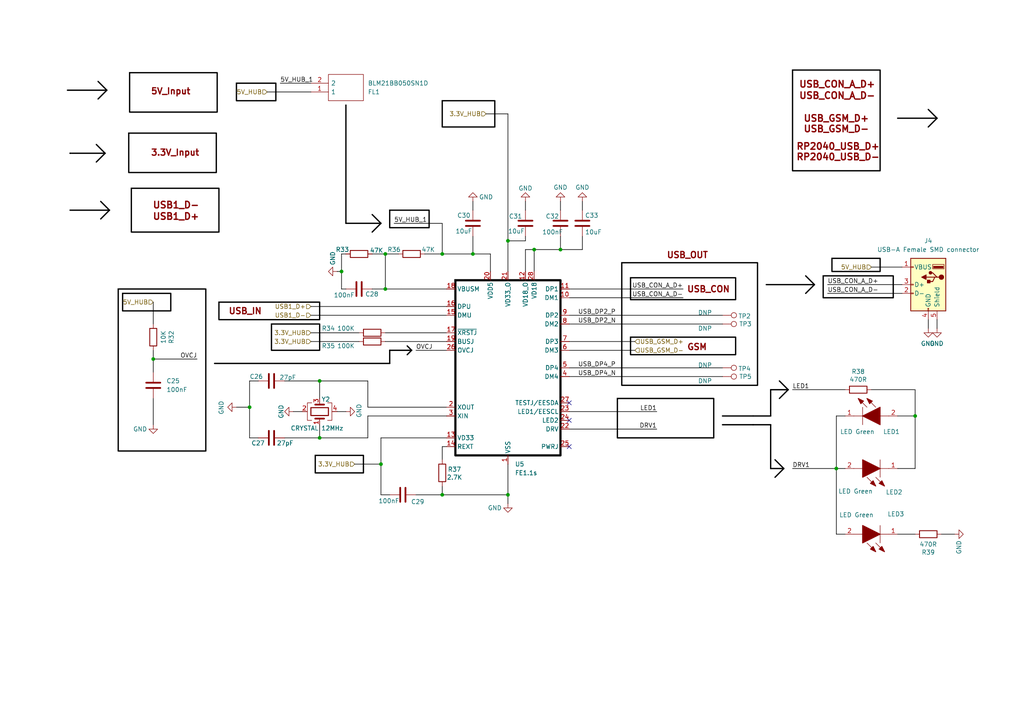
<source format=kicad_sch>
(kicad_sch (version 20231120) (generator "eeschema") (generator_version "8.0")
  (paper "A4")
  (title_block (company "SmartEQ Information Technologies"))
  (lib_symbols
    (symbol "150080VS75000:150080VS75000" (pin_names (offset 0.762))
      (property "Reference" "LED" (at 12.7 8.89 0))
      (property "Value" "150080VS75000" (at 12.7 6.35 0))
      (symbol "150080VS75000_0_0"
        (pin passive line (at 0 0 0) (length 2.54) (name "~") (number "1"))
        (pin passive line (at 15.24 0 180) (length 2.54) (name "~") (number "2"))
      )
      (symbol "150080VS75000_0_1"
        (polyline (pts (xy 2.54 0) (xy 5.08 0)) (stroke (width 0.1524)))
        (polyline (pts (xy 5.08 2.54) (xy 5.08 -2.54)) (stroke (width 0.1524)))
        (polyline (pts (xy 6.35 2.54) (xy 3.81 5.08)) (stroke (width 0.1524)))
        (polyline (pts (xy 8.89 2.54) (xy 6.35 5.08)) (stroke (width 0.1524)))
        (polyline (pts (xy 10.16 0) (xy 12.7 0)) (stroke (width 0.1524)))
        (polyline (pts (xy 5.08 0) (xy 10.16 2.54) (xy 10.16 -2.54) (xy 5.08 0)) (stroke (width 0.254)) (fill (type outline)))
        (polyline (pts (xy 5.334 4.318) (xy 4.572 3.556) (xy 3.81 5.08) (xy 5.334 4.318)) (stroke (width 0.254)) (fill (type outline)))
        (polyline (pts (xy 7.874 4.318) (xy 7.112 3.556) (xy 6.35 5.08) (xy 7.874 4.318)) (stroke (width 0.254)) (fill (type outline)))
      )
    )
    (symbol "BLM21BB050SN1D:BLM21BB050SN1D" (pin_names (offset 0.762))
      (property "Reference" "FL" (at 16.51 7.62 0))
      (property "Value" "BLM21BB050SN1D" (at 16.51 5.08 0))
      (symbol "BLM21BB050SN1D_0_0"
        (pin passive line (at 0 0 0) (length 5.08) (name "1") (number "1"))
        (pin passive line (at 0 -2.54 0) (length 5.08) (name "2") (number "2"))
      )
      (symbol "BLM21BB050SN1D_0_1"
        (polyline (pts (xy 5.08 2.54) (xy 15.24 2.54) (xy 15.24 -5.08) (xy 5.08 -5.08) (xy 5.08 2.54)) (stroke (width 0.1524)))
      )
    )
    (symbol "Connector:TestPoint" (pin_numbers hide) (pin_names (offset 0.762) hide)
      (property "Reference" "TP" (at 0 6.858 0))
      (property "Value" "TestPoint" (at 0 5.08 0))
      (symbol "TestPoint_0_1"
        (circle (center 0 3.302) (radius 0.762))
      )
      (symbol "TestPoint_1_1"
        (pin passive line (at 0 0 90) (length 2.54) (name "1") (number "1"))
      )
    )
    (symbol "Connector:USB_A" (pin_names (offset 1.016))
      (property "Reference" "J" (at -5.08 11.43 0))
      (property "Value" "USB_A" (at -5.08 8.89 0))
      (symbol "USB_A_0_1"
        (rectangle (start -5.08 -7.62) (end 5.08 7.62) (stroke (width 0.254)) (fill (type background)))
        (circle (center -3.81 2.159) (radius 0.635) (stroke (width 0.254)) (fill (type outline)))
        (rectangle (start -1.524 4.826) (end -4.318 5.334) (fill (type outline)))
        (rectangle (start -1.27 4.572) (end -4.572 5.842))
        (circle (center -0.635 3.429) (radius 0.381) (stroke (width 0.254)) (fill (type outline)))
        (rectangle (start -0.127 -7.62) (end 0.127 -6.858))
        (polyline (pts (xy -3.175 2.159) (xy -2.54 2.159) (xy -1.27 3.429) (xy -0.635 3.429)) (stroke (width 0.254)))
        (polyline (pts (xy -2.54 2.159) (xy -1.905 2.159) (xy -1.27 0.889) (xy 0 0.889)) (stroke (width 0.254)))
        (polyline (pts (xy 0.635 2.794) (xy 0.635 1.524) (xy 1.905 2.159) (xy 0.635 2.794)) (stroke (width 0.254)) (fill (type outline)))
        (rectangle (start 0.254 1.27) (end -0.508 0.508) (stroke (width 0.254)) (fill (type outline)))
        (rectangle (start 5.08 -2.667) (end 4.318 -2.413))
        (rectangle (start 5.08 -0.127) (end 4.318 0.127))
        (rectangle (start 5.08 4.953) (end 4.318 5.207))
      )
      (symbol "USB_A_1_1"
        (polyline (pts (xy -1.905 2.159) (xy 0.635 2.159)) (stroke (width 0.254)))
        (pin power_in line (at 7.62 5.08 180) (length 2.54) (name "VBUS") (number "1"))
        (pin bidirectional line (at 7.62 -2.54 180) (length 2.54) (name "D-") (number "2"))
        (pin bidirectional line (at 7.62 0 180) (length 2.54) (name "D+") (number "3"))
        (pin power_in line (at 0 -10.16 90) (length 2.54) (name "GND") (number "4"))
        (pin passive line (at -2.54 -10.16 90) (length 2.54) (name "Shield") (number "5"))
      )
    )
    (symbol "Device:C" (pin_numbers hide) (pin_names (offset 0.254))
      (property "Reference" "C" (at 0.635 2.54 0))
      (property "Value" "C" (at 0.635 -2.54 0))
      (symbol "C_0_1"
        (polyline (pts (xy -2.032 -0.762) (xy 2.032 -0.762)) (stroke (width 0.508)))
        (polyline (pts (xy -2.032 0.762) (xy 2.032 0.762)) (stroke (width 0.508)))
      )
      (symbol "C_1_1"
        (pin passive line (at 0 3.81 270) (length 2.794) (name "~") (number "1"))
        (pin passive line (at 0 -3.81 90) (length 2.794) (name "~") (number "2"))
      )
    )
    (symbol "Device:Crystal_GND24" (pin_names (offset 1.016) hide)
      (property "Reference" "Y" (at 3.175 5.08 0))
      (property "Value" "Crystal_GND24" (at 3.175 3.175 0))
      (symbol "Crystal_GND24_0_1"
        (rectangle (start -1.143 2.54) (end 1.143 -2.54) (stroke (width 0.3048)))
        (polyline (pts (xy -2.54 0) (xy -2.032 0)))
        (polyline (pts (xy -2.032 -1.27) (xy -2.032 1.27)) (stroke (width 0.508)))
        (polyline (pts (xy 0 -3.81) (xy 0 -3.556)))
        (polyline (pts (xy 0 3.556) (xy 0 3.81)))
        (polyline (pts (xy 2.032 -1.27) (xy 2.032 1.27)) (stroke (width 0.508)))
        (polyline (pts (xy 2.032 0) (xy 2.54 0)))
        (polyline (pts (xy -2.54 -2.286) (xy -2.54 -3.556) (xy 2.54 -3.556) (xy 2.54 -2.286)))
        (polyline (pts (xy -2.54 2.286) (xy -2.54 3.556) (xy 2.54 3.556) (xy 2.54 2.286)))
      )
      (symbol "Crystal_GND24_1_1"
        (pin passive line (at -3.81 0 0) (length 1.27) (name "1") (number "1"))
        (pin passive line (at 0 5.08 270) (length 1.27) (name "2") (number "2"))
        (pin passive line (at 3.81 0 180) (length 1.27) (name "3") (number "3"))
        (pin passive line (at 0 -5.08 90) (length 1.27) (name "4") (number "4"))
      )
    )
    (symbol "Device:R" (pin_numbers hide) (pin_names (offset 0))
      (property "Reference" "R" (at 2.032 0 90))
      (property "Value" "R" (at 0 0 90))
      (symbol "R_0_1"
        (rectangle (start -1.016 -2.54) (end 1.016 2.54) (stroke (width 0.254)))
      )
      (symbol "R_1_1"
        (pin passive line (at 0 3.81 270) (length 1.27) (name "~") (number "1"))
        (pin passive line (at 0 -3.81 90) (length 1.27) (name "~") (number "2"))
      )
    )
    (symbol "FE1.1s_1"
      (property "Reference" "U5" (at 2.0194 -27.94 0))
      (property "Value" "FE1.1s" (at 2.0194 -30.48 0))
      (symbol "FE1.1s_1_1_1"
        (rectangle (start -15.24 25.4) (end 15.24 -25.4) (stroke (width 0.635) (color 0 0 0 1)))
        (pin power_in line (at 0 -27.94 90) (length 2.54) (name "VSS") (number "1"))
        (pin bidirectional line (at 17.78 20.32 180) (length 2.54) (name "DM1") (number "10"))
        (pin bidirectional line (at 17.78 22.86 180) (length 2.54) (name "DP1") (number "11"))
        (pin power_out line (at 5.08 27.94 270) (length 2.54) (name "VD18_O") (number "12"))
        (pin power_in line (at -17.78 -20.32 0) (length 2.54) (name "VD33") (number "13"))
        (pin passive line (at -17.78 -22.86 0) (length 2.54) (name "REXT") (number "14"))
        (pin bidirectional line (at -17.78 15.24 0) (length 2.54) (name "DMU") (number "15"))
        (pin bidirectional line (at -17.78 17.78 0) (length 2.54) (name "DPU") (number "16"))
        (pin input line (at -17.78 10.16 0) (length 2.54) (name "~{XRSTJ}") (number "17"))
        (pin input line (at -17.78 22.86 0) (length 2.54) (name "VBUSM") (number "18"))
        (pin input line (at -17.78 7.62 0) (length 2.54) (name "BUSJ") (number "19"))
        (pin output line (at -17.78 -11.43 0) (length 2.54) (name "XOUT") (number "2"))
        (pin power_in line (at -5.08 27.94 270) (length 2.54) (name "VDD5") (number "20"))
        (pin power_out line (at 0 27.94 270) (length 2.54) (name "VD33_O") (number "21"))
        (pin bidirectional line (at 17.78 -17.78 180) (length 2.54) (name "DRV") (number "22"))
        (pin bidirectional line (at 17.78 -12.7 180) (length 2.54) (name "LED1/EESCL") (number "23"))
        (pin bidirectional line (at 17.78 -15.24 180) (length 2.54) (name "LED2") (number "24"))
        (pin output line (at 17.78 -22.86 180) (length 2.54) (name "PWRJ") (number "25"))
        (pin input line (at -17.78 5.08 0) (length 2.54) (name "OVCJ") (number "26"))
        (pin bidirectional line (at 17.78 -10.16 180) (length 2.54) (name "TESTJ/EESDA") (number "27"))
        (pin power_in line (at 7.62 27.94 270) (length 2.54) (name "VD18") (number "28"))
        (pin input line (at -17.78 -13.97 0) (length 2.54) (name "XIN") (number "3"))
        (pin bidirectional line (at 17.78 -2.54 180) (length 2.54) (name "DM4") (number "4"))
        (pin bidirectional line (at 17.78 0 180) (length 2.54) (name "DP4") (number "5"))
        (pin bidirectional line (at 17.78 5.08 180) (length 2.54) (name "DM3") (number "6"))
        (pin bidirectional line (at 17.78 7.62 180) (length 2.54) (name "DP3") (number "7"))
        (pin bidirectional line (at 17.78 12.7 180) (length 2.54) (name "DM2") (number "8"))
        (pin bidirectional line (at 17.78 15.24 180) (length 2.54) (name "DP2") (number "9"))
      )
    )
    (symbol "power:GND" (power) (pin_names (offset 0))
      (property "Value" "GND" (at 0 -3.81 0))
      (symbol "GND_0_1"
        (polyline (pts (xy 0 0) (xy 0 -1.27) (xy 1.27 -1.27) (xy 0 -2.54) (xy -1.27 -1.27) (xy 0 -1.27)))
      )
      (symbol "GND_1_1"
        (pin power_in line (at 0 0 270) (length 0) hide (name "GND") (number "1"))
      )
    )
  )
  (junction (at 92.71 127))
  (junction (at 128.27 73.66))
  (junction (at 111.76 73.66))
  (junction (at 128.27 143.51))
  (junction (at 162.56 72.39))
  (junction (at 72.39 118.11))
  (junction (at 242.57 135.89))
  (junction (at 99.06 78.74))
  (junction (at 111.76 83.82))
  (junction (at 154.94 72.39))
  (junction (at 137.16 73.66))
  (junction (at 44.45 104.14))
  (junction (at 92.71 110.49))
  (junction (at 147.32 69.85))
  (junction (at 110.49 134.62))
  (junction (at 265.43 120.65))
  (junction (at 147.32 143.51))
  (no_connect (at 165.1 121.92))
  (no_connect (at 165.1 129.54))
  (no_connect (at 165.1 116.84))
  (wire (pts (xy 128.27 129.54) (xy 129.54 129.54)) (stroke (width 0.1778) (color 0 0 0 1)))
  (wire (pts (xy 110.49 127) (xy 129.54 127)) (stroke (width 0.1778) (color 0 0 0 1)))
  (polyline (pts (xy 269.24 31.75) (xy 271.78 34.29)) (stroke (width 0.381) (color 0 0 0 1)))
  (wire (pts (xy 265.43 120.65) (xy 265.43 135.89)) (stroke (width 0.1778) (color 0 0 0 1)))
  (wire (pts (xy 137.16 68.58) (xy 137.16 73.66)) (stroke (width 0.1778) (color 0 0 0 1)))
  (wire (pts (xy 152.4 69.85) (xy 152.4 68.58)) (stroke (width 0.1778) (color 0 0 0 1)))
  (wire (pts (xy 111.76 73.66) (xy 115.57 73.66)) (stroke (width 0.1778) (color 0 0 0 1)))
  (wire (pts (xy 110.49 127) (xy 110.49 134.62)) (stroke (width 0.1778) (color 0 0 0 1)))
  (wire (pts (xy 152.4 60.96) (xy 152.4 58.42)) (stroke (width 0.1778) (color 0 0 0 1)))
  (polyline (pts (xy 223.52 135.89) (xy 227.33 135.89)) (stroke (width 0.381) (color 0 0 0 1)))
  (polyline (pts (xy 222.25 82.55) (xy 236.22 82.55)) (stroke (width 0.381) (color 0 0 0 1)))
  (wire (pts (xy 85.09 119.38) (xy 87.63 119.38)) (stroke (width 0.1778) (color 0 0 0 1)))
  (wire (pts (xy 165.1 109.22) (xy 209.55 109.22)) (stroke (width 0.1778) (color 0 0 0 1)))
  (polyline (pts (xy 31.75 60.96) (xy 29.21 63.5)) (stroke (width 0.381) (color 0 0 0 1)))
  (wire (pts (xy 72.39 118.11) (xy 68.58 118.11)) (stroke (width 0.1778) (color 0 0 0 1)))
  (wire (pts (xy 252.73 113.03) (xy 265.43 113.03)) (stroke (width 0.1778) (color 0 0 0 1)))
  (polyline (pts (xy 233.68 85.09) (xy 236.22 82.55)) (stroke (width 0.381) (color 0 0 0 1)))
  (wire (pts (xy 99.06 78.74) (xy 99.06 83.82)) (stroke (width 0.1778) (color 0 0 0 1)))
  (wire (pts (xy 190.5 124.46) (xy 165.1 124.46)) (stroke (width 0.1778) (color 0 0 0 1)))
  (polyline (pts (xy 31.75 60.96) (xy 20.32 60.96)) (stroke (width 0.381) (color 0 0 0 1)))
  (wire (pts (xy 129.54 118.11) (xy 106.68 118.11)) (stroke (width 0.1778) (color 0 0 0 1)))
  (polyline (pts (xy 233.68 80.01) (xy 236.22 82.55)) (stroke (width 0.381) (color 0 0 0 1)))
  (wire (pts (xy 128.27 140.97) (xy 128.27 143.51)) (stroke (width 0.1778) (color 0 0 0 1)))
  (polyline (pts (xy 209.55 123.19) (xy 218.44 123.19)) (stroke (width 0.381) (color 0 0 0 1)))
  (wire (pts (xy 72.39 127) (xy 72.39 118.11)) (stroke (width 0.1778) (color 0 0 0 1)))
  (wire (pts (xy 44.45 87.63) (xy 44.45 93.98)) (stroke (width 0.1778) (color 0 0 0 1)))
  (wire (pts (xy 90.17 88.9) (xy 129.54 88.9)) (stroke (width 0.1778) (color 0 0 0 1)))
  (wire (pts (xy 128.27 129.54) (xy 128.27 133.35)) (stroke (width 0.1778) (color 0 0 0 1)))
  (wire (pts (xy 190.5 119.38) (xy 165.1 119.38)) (stroke (width 0.1778) (color 0 0 0 1)))
  (wire (pts (xy 110.49 134.62) (xy 110.49 143.51)) (stroke (width 0.1778) (color 0 0 0 1)))
  (wire (pts (xy 147.32 143.51) (xy 147.32 146.05)) (stroke (width 0.1778) (color 0 0 0 1)))
  (wire (pts (xy 107.95 73.66) (xy 111.76 73.66)) (stroke (width 0.1778) (color 0 0 0 1)))
  (wire (pts (xy 137.16 58.42) (xy 137.16 60.96)) (stroke (width 0.1778) (color 0 0 0 1)))
  (wire (pts (xy 265.43 120.65) (xy 260.35 120.65)) (stroke (width 0.1778) (color 0 0 0 1)))
  (wire (pts (xy 209.55 91.44) (xy 165.1 91.44)) (stroke (width 0.1778) (color 0 0 0 1)))
  (wire (pts (xy 77.47 26.67) (xy 90.17 26.67)) (stroke (width 0.1778) (color 0 0 0 1)))
  (wire (pts (xy 90.17 99.06) (xy 104.14 99.06)) (stroke (width 0.1778) (color 0 0 0 1)))
  (wire (pts (xy 106.68 118.11) (xy 106.68 110.49)) (stroke (width 0.1778) (color 0 0 0 1)))
  (wire (pts (xy 154.94 72.39) (xy 154.94 78.74)) (stroke (width 0.1778) (color 0 0 0 1)))
  (wire (pts (xy 120.65 143.51) (xy 128.27 143.51)) (stroke (width 0.1778) (color 0 0 0 1)))
  (polyline (pts (xy 271.78 34.29) (xy 269.24 36.83)) (stroke (width 0.381) (color 0 0 0 1)))
  (polyline (pts (xy 226.06 110.49) (xy 228.6 113.03)) (stroke (width 0.381) (color 0 0 0 1)))
  (wire (pts (xy 74.93 127) (xy 72.39 127)) (stroke (width 0.1778) (color 0 0 0 1)))
  (wire (pts (xy 100.33 119.38) (xy 97.79 119.38)) (stroke (width 0.1778) (color 0 0 0 1)))
  (wire (pts (xy 72.39 110.49) (xy 74.93 110.49)) (stroke (width 0.1778) (color 0 0 0 1)))
  (polyline (pts (xy 20.32 44.45) (xy 20.32 44.45)) (stroke (width 0.381) (color 0 0 0 1)))
  (wire (pts (xy 92.71 123.19) (xy 92.71 127)) (stroke (width 0.1778) (color 0 0 0 1)))
  (wire (pts (xy 265.43 135.89) (xy 260.35 135.89)) (stroke (width 0.1778) (color 0 0 0 1)))
  (wire (pts (xy 162.56 58.42) (xy 162.56 60.96)) (stroke (width 0.1778) (color 0 0 0 1)))
  (wire (pts (xy 99.06 78.74) (xy 97.79 78.74)) (stroke (width 0.1778) (color 0 0 0 1)))
  (wire (pts (xy 81.28 24.13) (xy 90.17 24.13)) (stroke (width 0.1778) (color 0 0 0 1)))
  (wire (pts (xy 162.56 72.39) (xy 168.91 72.39)) (stroke (width 0.1778) (color 0 0 0 1)))
  (wire (pts (xy 106.68 120.65) (xy 106.68 127)) (stroke (width 0.1778) (color 0 0 0 1)))
  (wire (pts (xy 147.32 134.62) (xy 147.32 143.51)) (stroke (width 0.1778) (color 0 0 0 1)))
  (wire (pts (xy 242.57 154.94) (xy 242.57 135.89)) (stroke (width 0.1778) (color 0 0 0 1)))
  (polyline (pts (xy 223.52 113.03) (xy 228.6 113.03)) (stroke (width 0.381) (color 0 0 0 1)))
  (polyline (pts (xy 100.33 30.48) (xy 100.33 64.77)) (stroke (width 0.381) (color 0 0 0 1)))
  (wire (pts (xy 147.32 69.85) (xy 152.4 69.85)) (stroke (width 0.1778) (color 0 0 0 1)))
  (wire (pts (xy 140.97 33.02) (xy 147.32 33.02)) (stroke (width 0.1778) (color 0 0 0 1)))
  (polyline (pts (xy 100.33 64.77) (xy 110.49 64.77)) (stroke (width 0.381) (color 0 0 0 1)))
  (polyline (pts (xy 30.48 44.45) (xy 27.94 46.99)) (stroke (width 0.381) (color 0 0 0 1)))
  (wire (pts (xy 92.71 110.49) (xy 92.71 115.57)) (stroke (width 0.1778) (color 0 0 0 1)))
  (wire (pts (xy 152.4 72.39) (xy 152.4 78.74)) (stroke (width 0.1778) (color 0 0 0 1)))
  (wire (pts (xy 114.3 64.77) (xy 128.27 64.77)) (stroke (width 0.1778) (color 0 0 0 1)))
  (wire (pts (xy 107.95 83.82) (xy 111.76 83.82)) (stroke (width 0.1778) (color 0 0 0 1)))
  (wire (pts (xy 269.24 95.25) (xy 269.24 92.71)) (stroke (width 0.1778) (color 0 0 0 1)))
  (wire (pts (xy 242.57 135.89) (xy 229.87 135.89)) (stroke (width 0.1778) (color 0 0 0 1)))
  (polyline (pts (xy 30.48 44.45) (xy 20.32 44.45)) (stroke (width 0.381) (color 0 0 0 1)))
  (polyline (pts (xy 113.03 101.6) (xy 113.03 105.41)) (stroke (width 0.381) (color 0 0 0 1)))
  (wire (pts (xy 209.55 106.68) (xy 165.1 106.68)) (stroke (width 0.1778) (color 0 0 0 1)))
  (wire (pts (xy 168.91 58.42) (xy 168.91 60.96)) (stroke (width 0.1778) (color 0 0 0 1)))
  (wire (pts (xy 184.15 101.6) (xy 165.1 101.6)) (stroke (width 0.1778) (color 0 0 0 1)))
  (wire (pts (xy 82.55 127) (xy 92.71 127)) (stroke (width 0.1778) (color 0 0 0 1)))
  (wire (pts (xy 276.86 154.94) (xy 273.05 154.94)) (stroke (width 0.1778) (color 0 0 0 1)))
  (wire (pts (xy 99.06 73.66) (xy 99.06 78.74)) (stroke (width 0.1778) (color 0 0 0 1)))
  (polyline (pts (xy 224.79 133.35) (xy 227.33 135.89)) (stroke (width 0.381) (color 0 0 0 1)))
  (polyline (pts (xy 107.95 67.31) (xy 110.49 64.77)) (stroke (width 0.381) (color 0 0 0 1)))
  (wire (pts (xy 90.17 96.52) (xy 104.14 96.52)) (stroke (width 0.1778) (color 0 0 0 1)))
  (wire (pts (xy 129.54 120.65) (xy 106.68 120.65)) (stroke (width 0.1778) (color 0 0 0 1)))
  (wire (pts (xy 111.76 99.06) (xy 129.54 99.06)) (stroke (width 0.1778) (color 0 0 0 1)))
  (polyline (pts (xy 118.11 100.33) (xy 119.38 101.6)) (stroke (width 0.381) (color 0 0 0 1)))
  (wire (pts (xy 242.57 120.65) (xy 245.11 120.65)) (stroke (width 0.1778) (color 0 0 0 1)))
  (polyline (pts (xy 118.11 102.87) (xy 119.38 101.6)) (stroke (width 0.381) (color 0 0 0 1)))
  (polyline (pts (xy 30.988 26.162) (xy 19.558 26.162)) (stroke (width 0.381) (color 0 0 0 1)))
  (wire (pts (xy 240.03 85.09) (xy 261.62 85.09)) (stroke (width 0.1778) (color 0 0 0 1)))
  (wire (pts (xy 265.43 154.94) (xy 260.35 154.94)) (stroke (width 0.1778) (color 0 0 0 1)))
  (wire (pts (xy 165.1 83.82) (xy 198.12 83.82)) (stroke (width 0.1778) (color 0 0 0 1)))
  (polyline (pts (xy 223.52 123.19) (xy 223.52 135.89)) (stroke (width 0.381) (color 0 0 0 1)))
  (wire (pts (xy 162.56 68.58) (xy 162.56 72.39)) (stroke (width 0.1778) (color 0 0 0 1)))
  (wire (pts (xy 242.57 135.89) (xy 242.57 120.65)) (stroke (width 0.1778) (color 0 0 0 1)))
  (polyline (pts (xy 209.55 120.65) (xy 218.44 120.65)) (stroke (width 0.381) (color 0 0 0 1)))
  (wire (pts (xy 90.17 91.44) (xy 129.54 91.44)) (stroke (width 0.1778) (color 0 0 0 1)))
  (wire (pts (xy 106.68 110.49) (xy 92.71 110.49)) (stroke (width 0.1778) (color 0 0 0 1)))
  (polyline (pts (xy 27.94 41.91) (xy 30.48 44.45)) (stroke (width 0.381) (color 0 0 0 1)))
  (wire (pts (xy 152.4 72.39) (xy 154.94 72.39)) (stroke (width 0.1778) (color 0 0 0 1)))
  (wire (pts (xy 44.45 123.19) (xy 44.45 115.57)) (stroke (width 0.1778) (color 0 0 0 1)))
  (wire (pts (xy 82.55 110.49) (xy 92.71 110.49)) (stroke (width 0.1778) (color 0 0 0 1)))
  (polyline (pts (xy 223.52 113.03) (xy 223.52 120.65)) (stroke (width 0.381) (color 0 0 0 1)))
  (polyline (pts (xy 107.95 62.23) (xy 110.49 64.77)) (stroke (width 0.381) (color 0 0 0 1)))
  (wire (pts (xy 142.24 78.74) (xy 142.24 73.66)) (stroke (width 0.1778) (color 0 0 0 1)))
  (wire (pts (xy 245.11 135.89) (xy 242.57 135.89)) (stroke (width 0.1778) (color 0 0 0 1)))
  (wire (pts (xy 265.43 113.03) (xy 265.43 120.65)) (stroke (width 0.1778) (color 0 0 0 1)))
  (wire (pts (xy 147.32 69.85) (xy 147.32 78.74)) (stroke (width 0.1778) (color 0 0 0 1)))
  (polyline (pts (xy 218.44 120.65) (xy 223.52 120.65)) (stroke (width 0.381) (color 0 0 0 1)))
  (wire (pts (xy 229.87 113.03) (xy 245.11 113.03)) (stroke (width 0.1778) (color 0 0 0 1)))
  (polyline (pts (xy 224.79 138.43) (xy 227.33 135.89)) (stroke (width 0.381) (color 0 0 0 1)))
  (wire (pts (xy 72.39 110.49) (xy 72.39 118.11)) (stroke (width 0.1778) (color 0 0 0 1)))
  (wire (pts (xy 102.87 134.62) (xy 110.49 134.62)) (stroke (width 0.1778) (color 0 0 0 1)))
  (polyline (pts (xy 218.44 123.19) (xy 223.52 123.19)) (stroke (width 0.381) (color 0 0 0 1)))
  (wire (pts (xy 99.06 73.66) (xy 100.33 73.66)) (stroke (width 0.1778) (color 0 0 0 1)))
  (wire (pts (xy 128.27 64.77) (xy 128.27 73.66)) (stroke (width 0.1778) (color 0 0 0 1)))
  (wire (pts (xy 110.49 143.51) (xy 113.03 143.51)) (stroke (width 0.1778) (color 0 0 0 1)))
  (wire (pts (xy 99.06 83.82) (xy 100.33 83.82)) (stroke (width 0.1778) (color 0 0 0 1)))
  (wire (pts (xy 245.11 154.94) (xy 242.57 154.94)) (stroke (width 0.1778) (color 0 0 0 1)))
  (wire (pts (xy 128.27 73.66) (xy 137.16 73.66)) (stroke (width 0.1778) (color 0 0 0 1)))
  (wire (pts (xy 184.15 99.06) (xy 165.1 99.06)) (stroke (width 0.1778) (color 0 0 0 1)))
  (wire (pts (xy 154.94 72.39) (xy 162.56 72.39)) (stroke (width 0.1778) (color 0 0 0 1)))
  (wire (pts (xy 147.32 33.02) (xy 147.32 69.85)) (stroke (width 0.1778) (color 0 0 0 1)))
  (wire (pts (xy 111.76 96.52) (xy 129.54 96.52)) (stroke (width 0.1778) (color 0 0 0 1)))
  (wire (pts (xy 44.45 104.14) (xy 44.45 107.95)) (stroke (width 0.1778) (color 0 0 0 1)))
  (polyline (pts (xy 226.06 115.57) (xy 228.6 113.03)) (stroke (width 0.381) (color 0 0 0 1)))
  (polyline (pts (xy 30.988 26.162) (xy 28.448 28.702)) (stroke (width 0.381) (color 0 0 0 1)))
  (wire (pts (xy 106.68 127) (xy 92.71 127)) (stroke (width 0.1778) (color 0 0 0 1)))
  (wire (pts (xy 252.73 77.47) (xy 261.62 77.47)) (stroke (width 0.1778) (color 0 0 0 1)))
  (polyline (pts (xy 28.448 23.622) (xy 30.988 26.162)) (stroke (width 0.381) (color 0 0 0 1)))
  (wire (pts (xy 271.78 95.25) (xy 271.78 92.71)) (stroke (width 0.1778) (color 0 0 0 1)))
  (wire (pts (xy 111.76 73.66) (xy 111.76 83.82)) (stroke (width 0.1778) (color 0 0 0 1)))
  (wire (pts (xy 44.45 101.6) (xy 44.45 104.14)) (stroke (width 0.1778) (color 0 0 0 1)))
  (polyline (pts (xy 271.78 34.29) (xy 260.35 34.29)) (stroke (width 0.381) (color 0 0 0 1)))
  (polyline (pts (xy 113.03 101.6) (xy 119.38 101.6)) (stroke (width 0.381) (color 0 0 0 1)))
  (polyline (pts (xy 62.23 105.41) (xy 113.03 105.41)) (stroke (width 0.381) (color 0 0 0 1)))
  (wire (pts (xy 168.91 68.58) (xy 168.91 72.39)) (stroke (width 0.1778) (color 0 0 0 1)))
  (wire (pts (xy 142.24 73.66) (xy 137.16 73.66)) (stroke (width 0.1778) (color 0 0 0 1)))
  (wire (pts (xy 57.15 104.14) (xy 44.45 104.14)) (stroke (width 0.1778) (color 0 0 0 1)))
  (wire (pts (xy 198.12 86.36) (xy 165.1 86.36)) (stroke (width 0.1778) (color 0 0 0 1)))
  (polyline (pts (xy 29.21 58.42) (xy 31.75 60.96)) (stroke (width 0.381) (color 0 0 0 1)))
  (wire (pts (xy 240.03 82.55) (xy 261.62 82.55)) (stroke (width 0.1778) (color 0 0 0 1)))
  (wire (pts (xy 123.19 73.66) (xy 128.27 73.66)) (stroke (width 0.1778) (color 0 0 0 1)))
  (wire (pts (xy 128.27 143.51) (xy 147.32 143.51)) (stroke (width 0.1778) (color 0 0 0 1)))
  (wire (pts (xy 111.76 83.82) (xy 129.54 83.82)) (stroke (width 0.1778) (color 0 0 0 1)))
  (wire (pts (xy 165.1 93.98) (xy 209.55 93.98)) (stroke (width 0.1778) (color 0 0 0 1)))
  (wire (pts (xy 120.65 101.6) (xy 129.54 101.6)) (stroke (width 0.1778) (color 0 0 0 1)))
  (rectangle (start 238.76 80.01) (end 259.08 86.36) (stroke (width 0.381) (color 0 0 0 1)))
  (rectangle (start 113.03 60.96) (end 124.46 66.04) (stroke (width 0.381) (color 0 0 0 1)))
  (rectangle (start 179.07 115.57) (end 207.01 127) (stroke (width 0.381) (color 0 0 0 1)))
  (rectangle (start 182.88 80.5615) (end 213.36 86.9115) (stroke (width 0.381) (color 0 0 0 1)))
  (rectangle (start 241.3 74.93) (end 255.27 78.74) (stroke (width 0.381) (color 0 0 0 1)))
  (rectangle (start 128.27 29.21) (end 143.51 36.83) (stroke (width 0.381) (color 0 0 0 1)))
  (rectangle (start 37.338 38.608) (end 62.738 50.038) (stroke (width 0.381) (color 0 0 0 1)))
  (rectangle (start 68.58 24.13) (end 80.01 29.21) (stroke (width 0.381) (color 0 0 0 1)))
  (rectangle (start 78.74 93.98) (end 92.71 101.6) (stroke (width 0.381) (color 0 0 0 1)))
  (rectangle (start 35.56 85.09) (end 49.53 90.17) (stroke (width 0.381) (color 0 0 0 1)))
  (rectangle (start 37.592 21.082) (end 62.992 32.512) (stroke (width 0.381) (color 0 0 0 1)))
  (rectangle (start 182.88 97.79) (end 213.36 102.87) (stroke (width 0.381) (color 0 0 0 1)))
  (rectangle (start 38.1 54.61) (end 63.5 67.31) (stroke (width 0.381) (color 0 0 0 1)))
  (rectangle (start 34.29 83.82) (end 59.69 130.81) (stroke (width 0.381) (color 0 0 0 1)))
  (rectangle (start 229.87 20.32) (end 255.27 49.53) (stroke (width 0.381) (color 0 0 0 1)))
  (rectangle (start 63.5 87.63) (end 92.71 92.71) (stroke (width 0.381) (color 0 0 0 1)))
  (rectangle (start 91.44 132.08) (end 105.41 137.16) (stroke (width 0.381) (color 0 0 0 1)))
  (rectangle (start 180.34 76.2) (end 219.71 111.76) (stroke (width 0.381) (color 0 0 0 1)))
  (text "USB1_D+" (at 51.054 62.992 0) (effects (font (size 1.905 1.905) (thickness 0.381) (bold yes))))
  (text "USB_GSM_D+" (at 242.57 34.544 0) (effects (font (size 1.905 1.905) (thickness 0.381) (bold yes))))
  (text "GSM" (at 202.184 100.838 0) (effects (font (size 1.778 1.778) (bold yes))))
  (text "USB_CON_A_D+" (at 242.824 24.638 0) (effects (font (size 1.905 1.905) (thickness 0.381) (bold yes))))
  (text "USB_IN" (at 71.12 90.424 0) (effects (font (size 1.778 1.778) (bold yes))))
  (text "5V_Input" (at 49.53 26.67 0) (effects (font (size 1.778 1.778) (bold yes))))
  (text "RP2040_USB_D+" (at 243.078 42.672 0) (effects (font (size 1.905 1.905) (thickness 0.381) (bold yes))))
  (text "USB_CON_A_D-" (at 242.824 27.94 0) (effects (font (size 1.905 1.905) (thickness 0.381) (bold yes))))
  (text "USB_GSM_D-" (at 242.57 37.592 0) (effects (font (size 1.905 1.905) (thickness 0.381) (bold yes))))
  (text "RP2040_USB_D-" (at 243.078 45.72 0) (effects (font (size 1.905 1.905) (thickness 0.381) (bold yes))))
  (text "USB_OUT" (at 199.39 74.168 0) (effects (font (size 1.778 1.778) (bold yes))))
  (text "USB1_D-" (at 51.054 59.69 0) (effects (font (size 1.905 1.905) (thickness 0.381) (bold yes))))
  (text "3.3V_Input\n" (at 50.8 44.45 0) (effects (font (size 1.778 1.778) (bold yes))))
  (text "USB_CON" (at 205.486 84.074 0) (effects (font (size 1.778 1.778) (bold yes))))
  (label "USB_CON_A_D+" (at 240.03 82.55 0))
  (label "USB_DP2_P" (at 167.64 91.44 0))
  (label "OVCJ" (at 120.65 101.6 0))
  (label "USB_DP4_N" (at 167.64 109.22 0))
  (label "DRV1" (at 190.5 124.46 180))
  (label "USB_DP4_P" (at 167.64 106.68 0))
  (label "USB_CON_A_D-" (at 198.12 86.36 180))
  (label "LED1" (at 190.5 119.38 180))
  (label "DRV1" (at 229.87 135.89 0))
  (label "USB_DP2_N" (at 167.64 93.98 0))
  (label "5V_HUB_1" (at 114.3 64.77 0))
  (label "LED1" (at 229.87 113.03 0))
  (label "USB_CON_A_D-" (at 240.03 85.09 0))
  (label "USB_CON_A_D+" (at 198.12 83.82 180))
  (label "OVCJ" (at 57.15 104.14 180))
  (label "5V_HUB_1" (at 81.28 24.13 0))
  (hierarchical_label "USB_GSM_D-" (shape input) (at 184.15 101.6 0))
  (hierarchical_label "3.3V_HUB" (shape input) (at 90.17 96.52 180))
  (hierarchical_label "5V_HUB" (shape input) (at 44.45 87.63 180))
  (hierarchical_label "3.3V_HUB" (shape input) (at 102.87 134.62 180))
  (hierarchical_label "USB_GSM_D+" (shape input) (at 184.15 99.06 0))
  (hierarchical_label "3.3V_HUB" (shape input) (at 90.17 99.06 180))
  (hierarchical_label "5V_HUB" (shape input) (at 77.47 26.67 180))
  (hierarchical_label "3.3V_HUB" (shape input) (at 140.97 33.02 180))
  (hierarchical_label "USB1_D+" (shape input) (at 90.17 88.9 180))
  (hierarchical_label "5V_HUB" (shape input) (at 252.73 77.47 180))
  (hierarchical_label "USB1_D-" (shape input) (at 90.17 91.44 180))
  (symbol (lib_id "Device:C") (at 162.56 64.77 180) (unit 1)
    (property "Reference" "C32" (at 158.242 62.738 0) (effects (justify right)))
    (property "Value" "100nF" (at 157.226 67.31 0) (effects (justify right)))
    (property "Footprint" "Capacitor_SMD:C_0603_1608Metric" (effects (hide yes)))
  )
  (symbol (lib_id "Device:R") (at 248.92 113.03 270) (unit 1)
    (property "Reference" "R38" (at 248.92 107.7722 90))
    (property "Value" "470R" (at 248.92 110.0836 90))
    (property "Footprint" "Resistor_SMD:R_0603_1608Metric" (effects (hide yes)))
  )
  (symbol (lib_id "Device:R") (at 44.45 97.79 180) (unit 1)
    (property "Reference" "R32" (at 49.7078 97.79 90))
    (property "Value" "10K" (at 47.3964 97.79 90))
    (property "Footprint" "Resistor_SMD:R_0603_1608Metric" (effects (hide yes)))
  )
  (symbol (lib_id "Device:C") (at 116.84 143.51 90) (unit 1)
    (property "Reference" "C29" (at 121.158 145.542 90))
    (property "Value" "100nF" (at 112.776 145.288 90))
    (property "Footprint" "Capacitor_SMD:C_0603_1608Metric" (effects (hide yes)))
  )
  (symbol (lib_id "Device:R") (at 128.27 137.16 0) (unit 1)
    (property "Reference" "R37" (at 131.826 136.144 0))
    (property "Value" "2.7K" (at 131.826 138.4554 0))
    (property "Footprint" "Resistor_SMD:R_0603_1608Metric" (effects (hide yes)))
  )
  (symbol (lib_id "Device:Crystal_GND24") (at 92.71 119.38 90) (unit 1)
    (property "Reference" "Y2" (at 94.488 115.824 90))
    (property "Value" "CRYSTAL 12MHz" (at 91.948 124.206 90))
    (property "Footprint" "Crystal:Crystal_SMD_3225-4Pin_3.2x2.5mm" (effects (hide yes)))
    (property "Link" "https://www.lcsc.com/product-detail/Crystals_huaxindianzi-CF4012M00020001_C7294551.html" (effects (hide yes)))
    (property "MPN" "CF4012M00020001" (effects (hide yes)))
  )
  (symbol (lib_id "power:GND") (at 269.24 95.25 0) (mirror y) (unit 1)
    (property "Reference" "#PWR050" (effects (hide yes)))
    (property "Value" "GND" (at 269.113 99.6442 0))
  )
  (symbol (lib_id "Connector:TestPoint") (at 209.55 91.44 270) (unit 1)
    (property "Reference" "TP2" (at 214.122 91.694 90) (effects (justify left)))
    (property "Value" "DNP" (at 202.438 90.678 90) (effects (justify left)))
    (property "Footprint" "TestPoint:TestPoint_Pad_D1.0mm" (effects (hide yes)))
    (property "Description" "test point" (effects (hide yes)))
  )
  (symbol (lib_id "power:GND") (at 137.16 58.42 180) (unit 1)
    (property "Reference" "#PWR045" (effects (hide yes)))
    (property "Value" "GND" (at 140.97 57.15 0))
  )
  (symbol (lib_id "power:GND") (at 97.79 78.74 270) (unit 1)
    (property "Reference" "#PWR043" (effects (hide yes)))
    (property "Value" "GND" (at 96.52 74.93 0))
  )
  (symbol (lib_id "power:GND") (at 162.56 58.42 180) (unit 1)
    (property "Reference" "#PWR048" (effects (hide yes)))
    (property "Value" "GND" (at 162.56 54.356 0))
  )
  (symbol (lib_name "FE1.1s_1") (lib_id "Interface_USB:FE1.1s") (at 147.32 106.68 0) (unit 1)
    (property "Reference" "U5" (at 149.3394 134.62 0) (effects (justify left)))
    (property "Value" "FE1.1s" (at 149.3394 137.16 0) (effects (justify left)))
    (property "Footprint" "Package_SO:SSOP-28_3.9x9.9mm_P0.635mm" (effects (hide yes)))
    (property "Datasheet" "https://cdn-shop.adafruit.com/product-files/2991/FE1.1s+Data+Sheet+(Rev.+1.0).pdf" (effects (hide yes)))
    (property "Link" "https://www.lcsc.com/product-detail/USB-ICs_Terminus-Tech-FE1-1S-BSOP28BCN_C9359.html" (effects (hide yes)))
    (property "MPN" "FE1.1S-BSOP28BCN" (effects (hide yes)))
  )
  (symbol (lib_id "power:GND") (at 100.33 119.38 90) (unit 1)
    (property "Reference" "#PWR044" (effects (hide yes)))
    (property "Value" "GND" (at 104.14 119.126 0))
  )
  (symbol (lib_id "power:GND") (at 147.32 146.05 0) (unit 1)
    (property "Reference" "#PWR046" (effects (hide yes)))
    (property "Value" "GND" (at 143.51 147.32 0))
  )
  (symbol (lib_id "power:GND") (at 271.78 95.25 0) (mirror y) (unit 1)
    (property "Reference" "#PWR051" (effects (hide yes)))
    (property "Value" "GND" (at 271.653 99.6442 0))
  )
  (symbol (lib_id "Device:R") (at 104.14 73.66 270) (unit 1)
    (property "Reference" "R33" (at 99.314 72.39 90))
    (property "Value" "47K" (at 109.22 72.644 90))
    (property "Footprint" "Resistor_SMD:R_0603_1608Metric" (effects (hide yes)))
  )
  (symbol (lib_id "150080VS75000:150080VS75000") (at 260.35 154.94 180) (unit 1)
    (property "Reference" "LED3" (at 259.842 149.098 0))
    (property "Value" "LED Green" (at 248.412 149.352 0))
    (property "Footprint" "LED_SMD:LED_0805_2012Metric" (effects (hide yes)))
    (property "Datasheet" "http://katalog.we-online.com/led/datasheet/150080VS75000.pdf" (effects (hide yes)))
    (property "Description" "Wurth Elektronik WL-SMCW 570 nm Green LED, 2012 (0805) Clear SMD package" (effects (hide yes)))
    (property "Height" "0.8" (effects (hide yes)))
    (property "Manufacturer_Name" "Wurth Elektronik" (effects (hide yes)))
    (property "Manufacturer_Part_Number" "150080VS75000" (effects (hide yes)))
    (property "Mouser Part Number" "710-150080VS75000" (effects (hide yes)))
    (property "Mouser Price/Stock" "https://www.mouser.co.uk/ProductDetail/Wurth-Elektronik/150080VS75000?qs=LlUlMxKIyB0tGHJmO6%252B0ug%3D%3D" (effects (hide yes)))
    (property "Link" "https://www.digikey.com/en/products/detail/würth-elektronik/150080VS75000/4489924" (effects (hide yes)))
    (property "MPN" "LED Green" (effects (hide yes)))
  )
  (symbol (lib_id "power:GND") (at 152.4 58.42 180) (unit 1)
    (property "Reference" "#PWR047" (effects (hide yes)))
    (property "Value" "GND" (at 152.4 54.61 0))
  )
  (symbol (lib_id "power:GND") (at 85.09 119.38 270) (unit 1)
    (property "Reference" "#PWR042" (effects (hide yes)))
    (property "Value" "GND" (at 81.534 119.38 0))
  )
  (symbol (lib_id "power:GND") (at 44.45 123.19 0) (unit 1)
    (property "Reference" "#PWR040" (effects (hide yes)))
    (property "Value" "GND" (at 40.64 124.46 0))
  )
  (symbol (lib_id "power:GND") (at 68.58 118.11 270) (unit 1)
    (property "Reference" "#PWR041" (effects (hide yes)))
    (property "Value" "GND" (at 64.1858 118.237 0))
  )
  (symbol (lib_id "Connector:USB_A") (at 269.24 82.55 0) (mirror y) (unit 1)
    (property "Reference" "J4" (at 269.24 69.85 0))
    (property "Value" "USB-A Female SMD connector" (at 269.24 72.39 0))
    (property "Footprint" "Connector_USB:USB_A_Stewart_SS-52100-001_Horizontal" (effects (hide yes)))
    (property "Datasheet" " ~" (effects (hide yes)))
  )
  (symbol (lib_id "150080VS75000:150080VS75000") (at 245.11 120.65 0) (unit 1)
    (property "Reference" "LED1" (at 258.572 125.222 0))
    (property "Value" "LED Green" (at 248.666 125.222 0))
    (property "Footprint" "LED_SMD:LED_0805_2012Metric" (effects (hide yes)))
    (property "Datasheet" "http://katalog.we-online.com/led/datasheet/150080VS75000.pdf" (effects (hide yes)))
    (property "Description" "Wurth Elektronik WL-SMCW 570 nm Green LED, 2012 (0805) Clear SMD package" (effects (hide yes)))
    (property "Height" "0.8" (effects (hide yes)))
    (property "Manufacturer_Name" "Wurth Elektronik" (effects (hide yes)))
    (property "Manufacturer_Part_Number" "150080VS75000" (effects (hide yes)))
    (property "Mouser Part Number" "710-150080VS75000" (effects (hide yes)))
    (property "Mouser Price/Stock" "https://www.mouser.co.uk/ProductDetail/Wurth-Elektronik/150080VS75000?qs=LlUlMxKIyB0tGHJmO6%252B0ug%3D%3D" (effects (hide yes)))
    (property "Link" "https://www.digikey.com/en/products/detail/würth-elektronik/150080VS75000/4489924" (effects (hide yes)))
    (property "MPN" "LED Green" (effects (hide yes)))
  )
  (symbol (lib_id "Device:C") (at 168.91 64.77 180) (unit 1)
    (property "Reference" "C33" (at 169.672 62.484 0) (effects (justify right)))
    (property "Value" "10uF" (at 169.672 67.31 0) (effects (justify right)))
    (property "Footprint" "Capacitor_SMD:C_0603_1608Metric" (effects (hide yes)))
  )
  (symbol (lib_id "Device:R") (at 107.95 96.52 270) (unit 1)
    (property "Reference" "R34" (at 95.25 95.25 90))
    (property "Value" "100K" (at 100.33 95.25 90))
    (property "Footprint" "Resistor_SMD:R_0603_1608Metric" (effects (hide yes)))
  )
  (symbol (lib_id "Device:C") (at 104.14 83.82 270) (unit 1)
    (property "Reference" "C28" (at 105.918 85.3186 90) (effects (justify left)))
    (property "Value" "100nF" (at 96.774 85.598 90) (effects (justify left)))
    (property "Footprint" "Capacitor_SMD:C_0402_1005Metric" (effects (hide yes)))
  )
  (symbol (lib_id "Device:R") (at 119.38 73.66 90) (unit 1)
    (property "Reference" "R36" (at 114.3 72.39 90))
    (property "Value" "47K" (at 124.206 72.39 90))
    (property "Footprint" "Resistor_SMD:R_0603_1608Metric" (effects (hide yes)))
  )
  (symbol (lib_id "Connector:TestPoint") (at 209.55 106.68 270) (unit 1)
    (property "Reference" "TP4" (at 214.122 106.934 90) (effects (justify left)))
    (property "Value" "DNP" (at 202.438 105.918 90) (effects (justify left)))
    (property "Footprint" "TestPoint:TestPoint_Pad_D1.0mm" (effects (hide yes)))
    (property "Description" "test point" (effects (hide yes)))
  )
  (symbol (lib_id "power:GND") (at 276.86 154.94 90) (unit 1)
    (property "Reference" "#PWR052" (effects (hide yes)))
    (property "Value" "GND" (at 278.13 158.75 0))
  )
  (symbol (lib_id "BLM21BB050SN1D:BLM21BB050SN1D") (at 90.17 26.67 0) (mirror x) (unit 1)
    (property "Reference" "FL1" (at 106.68 26.6701 0) (effects (justify left)))
    (property "Value" "BLM21BB050SN1D" (at 106.68 24.1301 0) (effects (justify left)))
    (property "Footprint" "Footprint Library:BLM21BB050SH1D" (effects (hide yes)))
    (property "Datasheet" "https://www.murata.com/en-us/products/productdetail?partno=BLM21BB050SN1%23" (effects (hide yes)))
    (property "Description" "BLM21_N1D Series EMI Suppression Filter 5+/-25% at 100MHz 1A @85" (effects (hide yes)))
    (property "Height" "1.05" (effects (hide yes)))
    (property "Manufacturer_Name" "Murata Electronics" (effects (hide yes)))
    (property "Manufacturer_Part_Number" "BLM21BB050SN1D" (effects (hide yes)))
    (property "Mouser Part Number" "81-BLM21B050S" (effects (hide yes)))
    (property "Mouser Price/Stock" "https://www.mouser.co.uk/ProductDetail/Murata-Electronics/BLM21BB050SN1D?qs=V9BdO3EfVKkDe3ie2a%2F9MA%3D%3D" (effects (hide yes)))
    (property "Arrow Part Number" "BLM21BB050SN1D" (effects (hide yes)))
    (property "Arrow Price/Stock" "https://www.arrow.com/en/products/blm21bb050sn1d/murata-manufacturing" (effects (hide yes)))
    (property "Link" "https://www.lcsc.com/product-detail/Ferrite-Beads_Murata-Electronics-BLM21BB050SN1D_C113035.html" (effects (hide yes)))
    (property "MPN" "BLM21BB050SN1D" (effects (hide yes)))
  )
  (symbol (lib_id "Connector:TestPoint") (at 209.55 93.98 270) (unit 1)
    (property "Reference" "TP3" (at 214.376 93.98 90) (effects (justify left)))
    (property "Value" "DNP" (at 202.438 95.25 90) (effects (justify left)))
    (property "Footprint" "TestPoint:TestPoint_Pad_D1.0mm" (effects (hide yes)))
    (property "Description" "test point" (effects (hide yes)))
  )
  (symbol (lib_id "Device:C") (at 78.74 110.49 270) (unit 1)
    (property "Reference" "C26" (at 72.39 109.22 90) (effects (justify left)))
    (property "Value" "27pF" (at 81.026 109.474 90) (effects (justify left)))
    (property "Footprint" "Capacitor_SMD:C_0402_1005Metric" (effects (hide yes)))
  )
  (symbol (lib_id "Connector:TestPoint") (at 209.55 109.22 270) (unit 1)
    (property "Reference" "TP5" (at 214.376 109.22 90) (effects (justify left)))
    (property "Value" "DNP" (at 202.438 110.49 90) (effects (justify left)))
    (property "Footprint" "TestPoint:TestPoint_Pad_D1.0mm" (effects (hide yes)))
    (property "Description" "test point" (effects (hide yes)))
  )
  (symbol (lib_id "150080VS75000:150080VS75000") (at 260.35 135.89 180) (unit 1)
    (property "Reference" "LED2" (at 259.334 142.748 0))
    (property "Value" "LED Green" (at 248.158 142.494 0))
    (property "Footprint" "LED_SMD:LED_0805_2012Metric" (effects (hide yes)))
    (property "Datasheet" "http://katalog.we-online.com/led/datasheet/150080VS75000.pdf" (effects (hide yes)))
    (property "Description" "Wurth Elektronik WL-SMCW 570 nm Green LED, 2012 (0805) Clear SMD package" (effects (hide yes)))
    (property "Height" "0.8" (effects (hide yes)))
    (property "Manufacturer_Name" "Wurth Elektronik" (effects (hide yes)))
    (property "Manufacturer_Part_Number" "150080VS75000" (effects (hide yes)))
    (property "Mouser Part Number" "710-150080VS75000" (effects (hide yes)))
    (property "Mouser Price/Stock" "https://www.mouser.co.uk/ProductDetail/Wurth-Elektronik/150080VS75000?qs=LlUlMxKIyB0tGHJmO6%252B0ug%3D%3D" (effects (hide yes)))
    (property "Link" "https://www.digikey.com/en/products/detail/würth-elektronik/150080VS75000/4489924" (effects (hide yes)))
    (property "MPN" "LED Green" (effects (hide yes)))
  )
  (symbol (lib_id "Device:C") (at 78.74 127 270) (unit 1)
    (property "Reference" "C27" (at 72.898 128.524 90) (effects (justify left)))
    (property "Value" "27pF" (at 80.264 128.524 90) (effects (justify left)))
    (property "Footprint" "Capacitor_SMD:C_0402_1005Metric" (effects (hide yes)))
  )
  (symbol (lib_id "Device:C") (at 152.4 64.77 0) (unit 1)
    (property "Reference" "C31" (at 147.574 62.738 0) (effects (justify left)))
    (property "Value" "10uF" (at 147.32 67.056 0) (effects (justify left)))
    (property "Footprint" "Capacitor_SMD:C_0402_1005Metric" (effects (hide yes)))
  )
  (symbol (lib_id "Device:C") (at 137.16 64.77 0) (unit 1)
    (property "Reference" "C30" (at 132.588 62.484 0) (effects (justify left)))
    (property "Value" "10uF" (at 132.08 67.056 0) (effects (justify left)))
    (property "Footprint" "Capacitor_SMD:C_0402_1005Metric" (effects (hide yes)))
  )
  (symbol (lib_id "Device:C") (at 44.45 111.76 0) (unit 1)
    (property "Reference" "C25" (at 48.26 110.4899 0) (effects (justify left)))
    (property "Value" "100nF" (at 48.26 113.0299 0) (effects (justify left)))
    (property "Footprint" "Capacitor_SMD:C_0603_1608Metric" (effects (hide yes)))
  )
  (symbol (lib_id "power:GND") (at 168.91 58.42 180) (unit 1)
    (property "Reference" "#PWR049" (effects (hide yes)))
    (property "Value" "GND" (at 168.91 54.356 0))
  )
  (symbol (lib_id "Device:R") (at 269.24 154.94 90) (unit 1)
    (property "Reference" "R39" (at 269.24 160.1978 90))
    (property "Value" "470R" (at 269.24 157.8864 90))
    (property "Footprint" "Resistor_SMD:R_0603_1608Metric" (effects (hide yes)))
  )
  (symbol (lib_id "Device:R") (at 107.95 99.06 270) (unit 1)
    (property "Reference" "R35" (at 95.25 100.33 90))
    (property "Value" "100K" (at 100.33 100.33 90))
    (property "Footprint" "Resistor_SMD:R_0603_1608Metric" (effects (hide yes)))
  )
)
</source>
